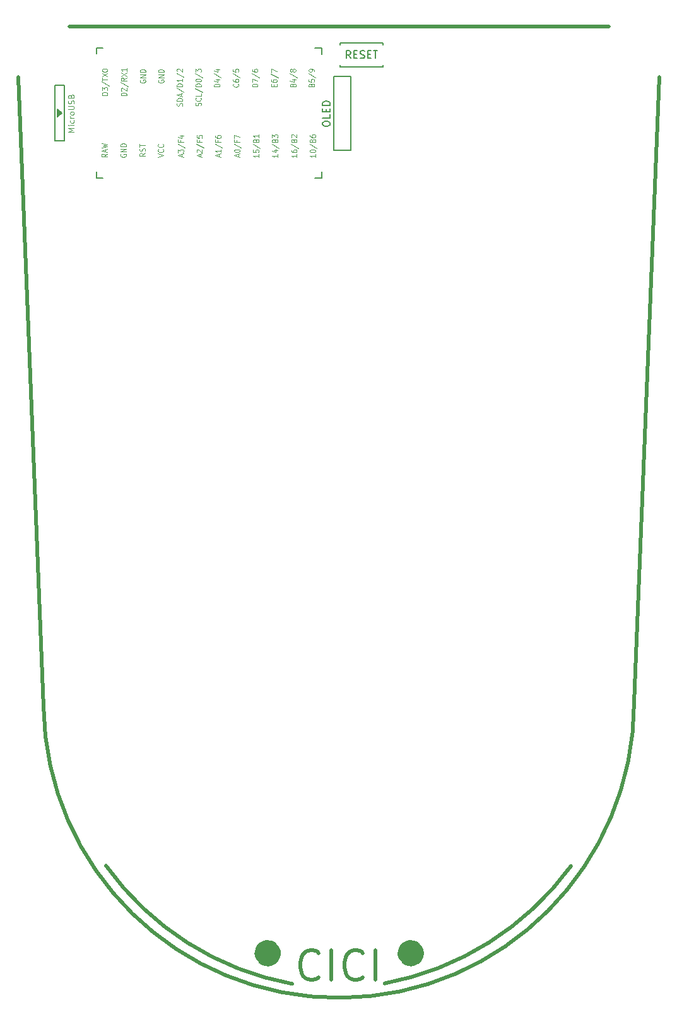
<source format=gto>
G04 #@! TF.GenerationSoftware,KiCad,Pcbnew,(5.1.4)-1*
G04 #@! TF.CreationDate,2022-04-16T10:18:07+02:00*
G04 #@! TF.ProjectId,cici,63696369-2e6b-4696-9361-645f70636258,rev?*
G04 #@! TF.SameCoordinates,Original*
G04 #@! TF.FileFunction,Legend,Top*
G04 #@! TF.FilePolarity,Positive*
%FSLAX46Y46*%
G04 Gerber Fmt 4.6, Leading zero omitted, Abs format (unit mm)*
G04 Created by KiCad (PCBNEW (5.1.4)-1) date 2022-04-16 10:18:07*
%MOMM*%
%LPD*%
G04 APERTURE LIST*
%ADD10C,3.000000*%
%ADD11C,0.500000*%
%ADD12C,0.150000*%
%ADD13C,0.125000*%
%ADD14C,0.120000*%
%ADD15O,1.797000X2.178000*%
%ADD16R,1.797000X2.178000*%
%ADD17C,4.800000*%
%ADD18C,4.400000*%
%ADD19C,2.300000*%
G04 APERTURE END LIST*
D10*
X104100000Y-151500000D02*
G75*
G03X104100000Y-151500000I-300000J0D01*
G01*
D11*
X91458333Y-154728571D02*
X91267857Y-154919047D01*
X90696428Y-155109523D01*
X90315476Y-155109523D01*
X89744047Y-154919047D01*
X89363095Y-154538095D01*
X89172619Y-154157142D01*
X88982142Y-153395238D01*
X88982142Y-152823809D01*
X89172619Y-152061904D01*
X89363095Y-151680952D01*
X89744047Y-151300000D01*
X90315476Y-151109523D01*
X90696428Y-151109523D01*
X91267857Y-151300000D01*
X91458333Y-151490476D01*
X93172619Y-155109523D02*
X93172619Y-151109523D01*
X97363095Y-154728571D02*
X97172619Y-154919047D01*
X96601190Y-155109523D01*
X96220238Y-155109523D01*
X95648809Y-154919047D01*
X95267857Y-154538095D01*
X95077380Y-154157142D01*
X94886904Y-153395238D01*
X94886904Y-152823809D01*
X95077380Y-152061904D01*
X95267857Y-151680952D01*
X95648809Y-151300000D01*
X96220238Y-151109523D01*
X96601190Y-151109523D01*
X97172619Y-151300000D01*
X97363095Y-151490476D01*
X99077380Y-155109523D02*
X99077380Y-151109523D01*
D10*
X84900000Y-151500000D02*
G75*
G03X84900000Y-151500000I-300000J0D01*
G01*
D11*
X125306527Y-139809277D02*
G75*
G02X100300000Y-155550000I-32381527J23709277D01*
G01*
X87909052Y-155615152D02*
G75*
G02X62900000Y-139750000I7165948J38940152D01*
G01*
X137153817Y-34000000D02*
X133778817Y-117853305D01*
X58000000Y-27200000D02*
X130375000Y-27200000D01*
X54525000Y-118400000D02*
X51100929Y-34000000D01*
X133778817Y-117853305D02*
G75*
G02X54525000Y-118400000I-39628817J3305D01*
G01*
D12*
X94340000Y-32620000D02*
X94340000Y-32370000D01*
X100040000Y-32620000D02*
X94340000Y-32620000D01*
X100040000Y-32620000D02*
X100040000Y-32370000D01*
X100040000Y-29420000D02*
X100040000Y-29670000D01*
X94340000Y-29420000D02*
X94340000Y-29670000D01*
X100040000Y-29420000D02*
X94340000Y-29420000D01*
X91825000Y-30075000D02*
X91825000Y-30935000D01*
X91825000Y-47575000D02*
X91825000Y-46725000D01*
X90975000Y-30075000D02*
X91825000Y-30075000D01*
X90925000Y-47575000D02*
X91825000Y-47575000D01*
X61625000Y-30075000D02*
X61625000Y-30875000D01*
X61625000Y-47575000D02*
X61625000Y-46725000D01*
X61625000Y-30075000D02*
X62475000Y-30075000D01*
X61625000Y-47575000D02*
X62475000Y-47575000D01*
X56025000Y-42575000D02*
X57325000Y-42575000D01*
X57325000Y-42575000D02*
X57325000Y-35075000D01*
X57325000Y-35075000D02*
X56025000Y-35075000D01*
X56025000Y-35075000D02*
X56025000Y-42575000D01*
X56375000Y-39325000D02*
X56375000Y-38325000D01*
X56375000Y-38325000D02*
X57025000Y-38825000D01*
X57025000Y-38825000D02*
X56375000Y-39325000D01*
X56525000Y-39175000D02*
X56525000Y-38475000D01*
X56675000Y-39075000D02*
X56675000Y-38575000D01*
X56825000Y-38975000D02*
X56825000Y-38675000D01*
X95775000Y-43850000D02*
X93475000Y-43850000D01*
X93475000Y-33950000D02*
X95775000Y-33950000D01*
X93475000Y-43850000D02*
X93475000Y-33950000D01*
X95775000Y-43850000D02*
X95775000Y-33950000D01*
X95737619Y-31472380D02*
X95404285Y-30996190D01*
X95166190Y-31472380D02*
X95166190Y-30472380D01*
X95547142Y-30472380D01*
X95642380Y-30520000D01*
X95690000Y-30567619D01*
X95737619Y-30662857D01*
X95737619Y-30805714D01*
X95690000Y-30900952D01*
X95642380Y-30948571D01*
X95547142Y-30996190D01*
X95166190Y-30996190D01*
X96166190Y-30948571D02*
X96499523Y-30948571D01*
X96642380Y-31472380D02*
X96166190Y-31472380D01*
X96166190Y-30472380D01*
X96642380Y-30472380D01*
X97023333Y-31424761D02*
X97166190Y-31472380D01*
X97404285Y-31472380D01*
X97499523Y-31424761D01*
X97547142Y-31377142D01*
X97594761Y-31281904D01*
X97594761Y-31186666D01*
X97547142Y-31091428D01*
X97499523Y-31043809D01*
X97404285Y-30996190D01*
X97213809Y-30948571D01*
X97118571Y-30900952D01*
X97070952Y-30853333D01*
X97023333Y-30758095D01*
X97023333Y-30662857D01*
X97070952Y-30567619D01*
X97118571Y-30520000D01*
X97213809Y-30472380D01*
X97451904Y-30472380D01*
X97594761Y-30520000D01*
X98023333Y-30948571D02*
X98356666Y-30948571D01*
X98499523Y-31472380D02*
X98023333Y-31472380D01*
X98023333Y-30472380D01*
X98499523Y-30472380D01*
X98785238Y-30472380D02*
X99356666Y-30472380D01*
X99070952Y-31472380D02*
X99070952Y-30472380D01*
D13*
X63064285Y-44282619D02*
X62707142Y-44505952D01*
X63064285Y-44665476D02*
X62314285Y-44665476D01*
X62314285Y-44410238D01*
X62350000Y-44346428D01*
X62385714Y-44314523D01*
X62457142Y-44282619D01*
X62564285Y-44282619D01*
X62635714Y-44314523D01*
X62671428Y-44346428D01*
X62707142Y-44410238D01*
X62707142Y-44665476D01*
X62850000Y-44027380D02*
X62850000Y-43708333D01*
X63064285Y-44091190D02*
X62314285Y-43867857D01*
X63064285Y-43644523D01*
X62314285Y-43485000D02*
X63064285Y-43325476D01*
X62528571Y-43197857D01*
X63064285Y-43070238D01*
X62314285Y-42910714D01*
X64900000Y-44330476D02*
X64864285Y-44394285D01*
X64864285Y-44490000D01*
X64900000Y-44585714D01*
X64971428Y-44649523D01*
X65042857Y-44681428D01*
X65185714Y-44713333D01*
X65292857Y-44713333D01*
X65435714Y-44681428D01*
X65507142Y-44649523D01*
X65578571Y-44585714D01*
X65614285Y-44490000D01*
X65614285Y-44426190D01*
X65578571Y-44330476D01*
X65542857Y-44298571D01*
X65292857Y-44298571D01*
X65292857Y-44426190D01*
X65614285Y-44011428D02*
X64864285Y-44011428D01*
X65614285Y-43628571D01*
X64864285Y-43628571D01*
X65614285Y-43309523D02*
X64864285Y-43309523D01*
X64864285Y-43150000D01*
X64900000Y-43054285D01*
X64971428Y-42990476D01*
X65042857Y-42958571D01*
X65185714Y-42926666D01*
X65292857Y-42926666D01*
X65435714Y-42958571D01*
X65507142Y-42990476D01*
X65578571Y-43054285D01*
X65614285Y-43150000D01*
X65614285Y-43309523D01*
X68164285Y-44186904D02*
X67807142Y-44410238D01*
X68164285Y-44569761D02*
X67414285Y-44569761D01*
X67414285Y-44314523D01*
X67450000Y-44250714D01*
X67485714Y-44218809D01*
X67557142Y-44186904D01*
X67664285Y-44186904D01*
X67735714Y-44218809D01*
X67771428Y-44250714D01*
X67807142Y-44314523D01*
X67807142Y-44569761D01*
X68128571Y-43931666D02*
X68164285Y-43835952D01*
X68164285Y-43676428D01*
X68128571Y-43612619D01*
X68092857Y-43580714D01*
X68021428Y-43548809D01*
X67950000Y-43548809D01*
X67878571Y-43580714D01*
X67842857Y-43612619D01*
X67807142Y-43676428D01*
X67771428Y-43804047D01*
X67735714Y-43867857D01*
X67700000Y-43899761D01*
X67628571Y-43931666D01*
X67557142Y-43931666D01*
X67485714Y-43899761D01*
X67450000Y-43867857D01*
X67414285Y-43804047D01*
X67414285Y-43644523D01*
X67450000Y-43548809D01*
X67414285Y-43357380D02*
X67414285Y-42974523D01*
X68164285Y-43165952D02*
X67414285Y-43165952D01*
X69864285Y-44713333D02*
X70614285Y-44490000D01*
X69864285Y-44266666D01*
X70542857Y-43660476D02*
X70578571Y-43692380D01*
X70614285Y-43788095D01*
X70614285Y-43851904D01*
X70578571Y-43947619D01*
X70507142Y-44011428D01*
X70435714Y-44043333D01*
X70292857Y-44075238D01*
X70185714Y-44075238D01*
X70042857Y-44043333D01*
X69971428Y-44011428D01*
X69900000Y-43947619D01*
X69864285Y-43851904D01*
X69864285Y-43788095D01*
X69900000Y-43692380D01*
X69935714Y-43660476D01*
X70542857Y-42990476D02*
X70578571Y-43022380D01*
X70614285Y-43118095D01*
X70614285Y-43181904D01*
X70578571Y-43277619D01*
X70507142Y-43341428D01*
X70435714Y-43373333D01*
X70292857Y-43405238D01*
X70185714Y-43405238D01*
X70042857Y-43373333D01*
X69971428Y-43341428D01*
X69900000Y-43277619D01*
X69864285Y-43181904D01*
X69864285Y-43118095D01*
X69900000Y-43022380D01*
X69935714Y-42990476D01*
X73100000Y-44655714D02*
X73100000Y-44336666D01*
X73314285Y-44719523D02*
X72564285Y-44496190D01*
X73314285Y-44272857D01*
X72564285Y-44113333D02*
X72564285Y-43698571D01*
X72850000Y-43921904D01*
X72850000Y-43826190D01*
X72885714Y-43762380D01*
X72921428Y-43730476D01*
X72992857Y-43698571D01*
X73171428Y-43698571D01*
X73242857Y-43730476D01*
X73278571Y-43762380D01*
X73314285Y-43826190D01*
X73314285Y-44017619D01*
X73278571Y-44081428D01*
X73242857Y-44113333D01*
X72528571Y-42932857D02*
X73492857Y-43507142D01*
X72921428Y-42486190D02*
X72921428Y-42709523D01*
X73314285Y-42709523D02*
X72564285Y-42709523D01*
X72564285Y-42390476D01*
X72814285Y-41848095D02*
X73314285Y-41848095D01*
X72528571Y-42007619D02*
X73064285Y-42167142D01*
X73064285Y-41752380D01*
X75600000Y-44655714D02*
X75600000Y-44336666D01*
X75814285Y-44719523D02*
X75064285Y-44496190D01*
X75814285Y-44272857D01*
X75135714Y-44081428D02*
X75100000Y-44049523D01*
X75064285Y-43985714D01*
X75064285Y-43826190D01*
X75100000Y-43762380D01*
X75135714Y-43730476D01*
X75207142Y-43698571D01*
X75278571Y-43698571D01*
X75385714Y-43730476D01*
X75814285Y-44113333D01*
X75814285Y-43698571D01*
X75028571Y-42932857D02*
X75992857Y-43507142D01*
X75421428Y-42486190D02*
X75421428Y-42709523D01*
X75814285Y-42709523D02*
X75064285Y-42709523D01*
X75064285Y-42390476D01*
X75064285Y-41816190D02*
X75064285Y-42135238D01*
X75421428Y-42167142D01*
X75385714Y-42135238D01*
X75350000Y-42071428D01*
X75350000Y-41911904D01*
X75385714Y-41848095D01*
X75421428Y-41816190D01*
X75492857Y-41784285D01*
X75671428Y-41784285D01*
X75742857Y-41816190D01*
X75778571Y-41848095D01*
X75814285Y-41911904D01*
X75814285Y-42071428D01*
X75778571Y-42135238D01*
X75742857Y-42167142D01*
X78100000Y-44655714D02*
X78100000Y-44336666D01*
X78314285Y-44719523D02*
X77564285Y-44496190D01*
X78314285Y-44272857D01*
X78314285Y-43698571D02*
X78314285Y-44081428D01*
X78314285Y-43890000D02*
X77564285Y-43890000D01*
X77671428Y-43953809D01*
X77742857Y-44017619D01*
X77778571Y-44081428D01*
X77528571Y-42932857D02*
X78492857Y-43507142D01*
X77921428Y-42486190D02*
X77921428Y-42709523D01*
X78314285Y-42709523D02*
X77564285Y-42709523D01*
X77564285Y-42390476D01*
X77564285Y-41848095D02*
X77564285Y-41975714D01*
X77600000Y-42039523D01*
X77635714Y-42071428D01*
X77742857Y-42135238D01*
X77885714Y-42167142D01*
X78171428Y-42167142D01*
X78242857Y-42135238D01*
X78278571Y-42103333D01*
X78314285Y-42039523D01*
X78314285Y-41911904D01*
X78278571Y-41848095D01*
X78242857Y-41816190D01*
X78171428Y-41784285D01*
X77992857Y-41784285D01*
X77921428Y-41816190D01*
X77885714Y-41848095D01*
X77850000Y-41911904D01*
X77850000Y-42039523D01*
X77885714Y-42103333D01*
X77921428Y-42135238D01*
X77992857Y-42167142D01*
X80650000Y-44655714D02*
X80650000Y-44336666D01*
X80864285Y-44719523D02*
X80114285Y-44496190D01*
X80864285Y-44272857D01*
X80114285Y-43921904D02*
X80114285Y-43858095D01*
X80150000Y-43794285D01*
X80185714Y-43762380D01*
X80257142Y-43730476D01*
X80400000Y-43698571D01*
X80578571Y-43698571D01*
X80721428Y-43730476D01*
X80792857Y-43762380D01*
X80828571Y-43794285D01*
X80864285Y-43858095D01*
X80864285Y-43921904D01*
X80828571Y-43985714D01*
X80792857Y-44017619D01*
X80721428Y-44049523D01*
X80578571Y-44081428D01*
X80400000Y-44081428D01*
X80257142Y-44049523D01*
X80185714Y-44017619D01*
X80150000Y-43985714D01*
X80114285Y-43921904D01*
X80078571Y-42932857D02*
X81042857Y-43507142D01*
X80471428Y-42486190D02*
X80471428Y-42709523D01*
X80864285Y-42709523D02*
X80114285Y-42709523D01*
X80114285Y-42390476D01*
X80114285Y-42199047D02*
X80114285Y-41752380D01*
X80864285Y-42039523D01*
X83414285Y-44352619D02*
X83414285Y-44735476D01*
X83414285Y-44544047D02*
X82664285Y-44544047D01*
X82771428Y-44607857D01*
X82842857Y-44671666D01*
X82878571Y-44735476D01*
X82664285Y-43746428D02*
X82664285Y-44065476D01*
X83021428Y-44097380D01*
X82985714Y-44065476D01*
X82950000Y-44001666D01*
X82950000Y-43842142D01*
X82985714Y-43778333D01*
X83021428Y-43746428D01*
X83092857Y-43714523D01*
X83271428Y-43714523D01*
X83342857Y-43746428D01*
X83378571Y-43778333D01*
X83414285Y-43842142D01*
X83414285Y-44001666D01*
X83378571Y-44065476D01*
X83342857Y-44097380D01*
X82628571Y-42948809D02*
X83592857Y-43523095D01*
X83021428Y-42502142D02*
X83057142Y-42406428D01*
X83092857Y-42374523D01*
X83164285Y-42342619D01*
X83271428Y-42342619D01*
X83342857Y-42374523D01*
X83378571Y-42406428D01*
X83414285Y-42470238D01*
X83414285Y-42725476D01*
X82664285Y-42725476D01*
X82664285Y-42502142D01*
X82700000Y-42438333D01*
X82735714Y-42406428D01*
X82807142Y-42374523D01*
X82878571Y-42374523D01*
X82950000Y-42406428D01*
X82985714Y-42438333D01*
X83021428Y-42502142D01*
X83021428Y-42725476D01*
X83414285Y-41704523D02*
X83414285Y-42087380D01*
X83414285Y-41895952D02*
X82664285Y-41895952D01*
X82771428Y-41959761D01*
X82842857Y-42023571D01*
X82878571Y-42087380D01*
X85964285Y-44352619D02*
X85964285Y-44735476D01*
X85964285Y-44544047D02*
X85214285Y-44544047D01*
X85321428Y-44607857D01*
X85392857Y-44671666D01*
X85428571Y-44735476D01*
X85464285Y-43778333D02*
X85964285Y-43778333D01*
X85178571Y-43937857D02*
X85714285Y-44097380D01*
X85714285Y-43682619D01*
X85178571Y-42948809D02*
X86142857Y-43523095D01*
X85571428Y-42502142D02*
X85607142Y-42406428D01*
X85642857Y-42374523D01*
X85714285Y-42342619D01*
X85821428Y-42342619D01*
X85892857Y-42374523D01*
X85928571Y-42406428D01*
X85964285Y-42470238D01*
X85964285Y-42725476D01*
X85214285Y-42725476D01*
X85214285Y-42502142D01*
X85250000Y-42438333D01*
X85285714Y-42406428D01*
X85357142Y-42374523D01*
X85428571Y-42374523D01*
X85500000Y-42406428D01*
X85535714Y-42438333D01*
X85571428Y-42502142D01*
X85571428Y-42725476D01*
X85214285Y-42119285D02*
X85214285Y-41704523D01*
X85500000Y-41927857D01*
X85500000Y-41832142D01*
X85535714Y-41768333D01*
X85571428Y-41736428D01*
X85642857Y-41704523D01*
X85821428Y-41704523D01*
X85892857Y-41736428D01*
X85928571Y-41768333D01*
X85964285Y-41832142D01*
X85964285Y-42023571D01*
X85928571Y-42087380D01*
X85892857Y-42119285D01*
X91014285Y-44352619D02*
X91014285Y-44735476D01*
X91014285Y-44544047D02*
X90264285Y-44544047D01*
X90371428Y-44607857D01*
X90442857Y-44671666D01*
X90478571Y-44735476D01*
X90264285Y-43937857D02*
X90264285Y-43874047D01*
X90300000Y-43810238D01*
X90335714Y-43778333D01*
X90407142Y-43746428D01*
X90550000Y-43714523D01*
X90728571Y-43714523D01*
X90871428Y-43746428D01*
X90942857Y-43778333D01*
X90978571Y-43810238D01*
X91014285Y-43874047D01*
X91014285Y-43937857D01*
X90978571Y-44001666D01*
X90942857Y-44033571D01*
X90871428Y-44065476D01*
X90728571Y-44097380D01*
X90550000Y-44097380D01*
X90407142Y-44065476D01*
X90335714Y-44033571D01*
X90300000Y-44001666D01*
X90264285Y-43937857D01*
X90228571Y-42948809D02*
X91192857Y-43523095D01*
X90621428Y-42502142D02*
X90657142Y-42406428D01*
X90692857Y-42374523D01*
X90764285Y-42342619D01*
X90871428Y-42342619D01*
X90942857Y-42374523D01*
X90978571Y-42406428D01*
X91014285Y-42470238D01*
X91014285Y-42725476D01*
X90264285Y-42725476D01*
X90264285Y-42502142D01*
X90300000Y-42438333D01*
X90335714Y-42406428D01*
X90407142Y-42374523D01*
X90478571Y-42374523D01*
X90550000Y-42406428D01*
X90585714Y-42438333D01*
X90621428Y-42502142D01*
X90621428Y-42725476D01*
X90264285Y-41768333D02*
X90264285Y-41895952D01*
X90300000Y-41959761D01*
X90335714Y-41991666D01*
X90442857Y-42055476D01*
X90585714Y-42087380D01*
X90871428Y-42087380D01*
X90942857Y-42055476D01*
X90978571Y-42023571D01*
X91014285Y-41959761D01*
X91014285Y-41832142D01*
X90978571Y-41768333D01*
X90942857Y-41736428D01*
X90871428Y-41704523D01*
X90692857Y-41704523D01*
X90621428Y-41736428D01*
X90585714Y-41768333D01*
X90550000Y-41832142D01*
X90550000Y-41959761D01*
X90585714Y-42023571D01*
X90621428Y-42055476D01*
X90692857Y-42087380D01*
X88514285Y-44352619D02*
X88514285Y-44735476D01*
X88514285Y-44544047D02*
X87764285Y-44544047D01*
X87871428Y-44607857D01*
X87942857Y-44671666D01*
X87978571Y-44735476D01*
X87764285Y-43778333D02*
X87764285Y-43905952D01*
X87800000Y-43969761D01*
X87835714Y-44001666D01*
X87942857Y-44065476D01*
X88085714Y-44097380D01*
X88371428Y-44097380D01*
X88442857Y-44065476D01*
X88478571Y-44033571D01*
X88514285Y-43969761D01*
X88514285Y-43842142D01*
X88478571Y-43778333D01*
X88442857Y-43746428D01*
X88371428Y-43714523D01*
X88192857Y-43714523D01*
X88121428Y-43746428D01*
X88085714Y-43778333D01*
X88050000Y-43842142D01*
X88050000Y-43969761D01*
X88085714Y-44033571D01*
X88121428Y-44065476D01*
X88192857Y-44097380D01*
X87728571Y-42948809D02*
X88692857Y-43523095D01*
X88121428Y-42502142D02*
X88157142Y-42406428D01*
X88192857Y-42374523D01*
X88264285Y-42342619D01*
X88371428Y-42342619D01*
X88442857Y-42374523D01*
X88478571Y-42406428D01*
X88514285Y-42470238D01*
X88514285Y-42725476D01*
X87764285Y-42725476D01*
X87764285Y-42502142D01*
X87800000Y-42438333D01*
X87835714Y-42406428D01*
X87907142Y-42374523D01*
X87978571Y-42374523D01*
X88050000Y-42406428D01*
X88085714Y-42438333D01*
X88121428Y-42502142D01*
X88121428Y-42725476D01*
X87835714Y-42087380D02*
X87800000Y-42055476D01*
X87764285Y-41991666D01*
X87764285Y-41832142D01*
X87800000Y-41768333D01*
X87835714Y-41736428D01*
X87907142Y-41704523D01*
X87978571Y-41704523D01*
X88085714Y-41736428D01*
X88514285Y-42119285D01*
X88514285Y-41704523D01*
X85421428Y-35252619D02*
X85421428Y-35029285D01*
X85814285Y-34933571D02*
X85814285Y-35252619D01*
X85064285Y-35252619D01*
X85064285Y-34933571D01*
X85064285Y-34359285D02*
X85064285Y-34486904D01*
X85100000Y-34550714D01*
X85135714Y-34582619D01*
X85242857Y-34646428D01*
X85385714Y-34678333D01*
X85671428Y-34678333D01*
X85742857Y-34646428D01*
X85778571Y-34614523D01*
X85814285Y-34550714D01*
X85814285Y-34423095D01*
X85778571Y-34359285D01*
X85742857Y-34327380D01*
X85671428Y-34295476D01*
X85492857Y-34295476D01*
X85421428Y-34327380D01*
X85385714Y-34359285D01*
X85350000Y-34423095D01*
X85350000Y-34550714D01*
X85385714Y-34614523D01*
X85421428Y-34646428D01*
X85492857Y-34678333D01*
X85028571Y-33529761D02*
X85992857Y-34104047D01*
X85064285Y-33370238D02*
X85064285Y-32923571D01*
X85814285Y-33210714D01*
X83264285Y-35284523D02*
X82514285Y-35284523D01*
X82514285Y-35125000D01*
X82550000Y-35029285D01*
X82621428Y-34965476D01*
X82692857Y-34933571D01*
X82835714Y-34901666D01*
X82942857Y-34901666D01*
X83085714Y-34933571D01*
X83157142Y-34965476D01*
X83228571Y-35029285D01*
X83264285Y-35125000D01*
X83264285Y-35284523D01*
X82514285Y-34678333D02*
X82514285Y-34231666D01*
X83264285Y-34518809D01*
X82478571Y-33497857D02*
X83442857Y-34072142D01*
X82514285Y-32987380D02*
X82514285Y-33115000D01*
X82550000Y-33178809D01*
X82585714Y-33210714D01*
X82692857Y-33274523D01*
X82835714Y-33306428D01*
X83121428Y-33306428D01*
X83192857Y-33274523D01*
X83228571Y-33242619D01*
X83264285Y-33178809D01*
X83264285Y-33051190D01*
X83228571Y-32987380D01*
X83192857Y-32955476D01*
X83121428Y-32923571D01*
X82942857Y-32923571D01*
X82871428Y-32955476D01*
X82835714Y-32987380D01*
X82800000Y-33051190D01*
X82800000Y-33178809D01*
X82835714Y-33242619D01*
X82871428Y-33274523D01*
X82942857Y-33306428D01*
X67500000Y-34380476D02*
X67464285Y-34444285D01*
X67464285Y-34540000D01*
X67500000Y-34635714D01*
X67571428Y-34699523D01*
X67642857Y-34731428D01*
X67785714Y-34763333D01*
X67892857Y-34763333D01*
X68035714Y-34731428D01*
X68107142Y-34699523D01*
X68178571Y-34635714D01*
X68214285Y-34540000D01*
X68214285Y-34476190D01*
X68178571Y-34380476D01*
X68142857Y-34348571D01*
X67892857Y-34348571D01*
X67892857Y-34476190D01*
X68214285Y-34061428D02*
X67464285Y-34061428D01*
X68214285Y-33678571D01*
X67464285Y-33678571D01*
X68214285Y-33359523D02*
X67464285Y-33359523D01*
X67464285Y-33200000D01*
X67500000Y-33104285D01*
X67571428Y-33040476D01*
X67642857Y-33008571D01*
X67785714Y-32976666D01*
X67892857Y-32976666D01*
X68035714Y-33008571D01*
X68107142Y-33040476D01*
X68178571Y-33104285D01*
X68214285Y-33200000D01*
X68214285Y-33359523D01*
X69950000Y-34380476D02*
X69914285Y-34444285D01*
X69914285Y-34540000D01*
X69950000Y-34635714D01*
X70021428Y-34699523D01*
X70092857Y-34731428D01*
X70235714Y-34763333D01*
X70342857Y-34763333D01*
X70485714Y-34731428D01*
X70557142Y-34699523D01*
X70628571Y-34635714D01*
X70664285Y-34540000D01*
X70664285Y-34476190D01*
X70628571Y-34380476D01*
X70592857Y-34348571D01*
X70342857Y-34348571D01*
X70342857Y-34476190D01*
X70664285Y-34061428D02*
X69914285Y-34061428D01*
X70664285Y-33678571D01*
X69914285Y-33678571D01*
X70664285Y-33359523D02*
X69914285Y-33359523D01*
X69914285Y-33200000D01*
X69950000Y-33104285D01*
X70021428Y-33040476D01*
X70092857Y-33008571D01*
X70235714Y-32976666D01*
X70342857Y-32976666D01*
X70485714Y-33008571D01*
X70557142Y-33040476D01*
X70628571Y-33104285D01*
X70664285Y-33200000D01*
X70664285Y-33359523D01*
X63114285Y-36408809D02*
X62364285Y-36408809D01*
X62364285Y-36249285D01*
X62400000Y-36153571D01*
X62471428Y-36089761D01*
X62542857Y-36057857D01*
X62685714Y-36025952D01*
X62792857Y-36025952D01*
X62935714Y-36057857D01*
X63007142Y-36089761D01*
X63078571Y-36153571D01*
X63114285Y-36249285D01*
X63114285Y-36408809D01*
X62364285Y-35802619D02*
X62364285Y-35387857D01*
X62650000Y-35611190D01*
X62650000Y-35515476D01*
X62685714Y-35451666D01*
X62721428Y-35419761D01*
X62792857Y-35387857D01*
X62971428Y-35387857D01*
X63042857Y-35419761D01*
X63078571Y-35451666D01*
X63114285Y-35515476D01*
X63114285Y-35706904D01*
X63078571Y-35770714D01*
X63042857Y-35802619D01*
X62328571Y-34622142D02*
X63292857Y-35196428D01*
X62364285Y-34494523D02*
X62364285Y-34111666D01*
X63114285Y-34303095D02*
X62364285Y-34303095D01*
X62364285Y-33952142D02*
X63114285Y-33505476D01*
X62364285Y-33505476D02*
X63114285Y-33952142D01*
X62364285Y-33122619D02*
X62364285Y-33058809D01*
X62400000Y-32995000D01*
X62435714Y-32963095D01*
X62507142Y-32931190D01*
X62650000Y-32899285D01*
X62828571Y-32899285D01*
X62971428Y-32931190D01*
X63042857Y-32963095D01*
X63078571Y-32995000D01*
X63114285Y-33058809D01*
X63114285Y-33122619D01*
X63078571Y-33186428D01*
X63042857Y-33218333D01*
X62971428Y-33250238D01*
X62828571Y-33282142D01*
X62650000Y-33282142D01*
X62507142Y-33250238D01*
X62435714Y-33218333D01*
X62400000Y-33186428D01*
X62364285Y-33122619D01*
X78164285Y-35284523D02*
X77414285Y-35284523D01*
X77414285Y-35125000D01*
X77450000Y-35029285D01*
X77521428Y-34965476D01*
X77592857Y-34933571D01*
X77735714Y-34901666D01*
X77842857Y-34901666D01*
X77985714Y-34933571D01*
X78057142Y-34965476D01*
X78128571Y-35029285D01*
X78164285Y-35125000D01*
X78164285Y-35284523D01*
X77664285Y-34327380D02*
X78164285Y-34327380D01*
X77378571Y-34486904D02*
X77914285Y-34646428D01*
X77914285Y-34231666D01*
X77378571Y-33497857D02*
X78342857Y-34072142D01*
X77664285Y-32987380D02*
X78164285Y-32987380D01*
X77378571Y-33146904D02*
X77914285Y-33306428D01*
X77914285Y-32891666D01*
X73128571Y-37858571D02*
X73164285Y-37762857D01*
X73164285Y-37603333D01*
X73128571Y-37539523D01*
X73092857Y-37507619D01*
X73021428Y-37475714D01*
X72950000Y-37475714D01*
X72878571Y-37507619D01*
X72842857Y-37539523D01*
X72807142Y-37603333D01*
X72771428Y-37730952D01*
X72735714Y-37794761D01*
X72700000Y-37826666D01*
X72628571Y-37858571D01*
X72557142Y-37858571D01*
X72485714Y-37826666D01*
X72450000Y-37794761D01*
X72414285Y-37730952D01*
X72414285Y-37571428D01*
X72450000Y-37475714D01*
X73164285Y-37188571D02*
X72414285Y-37188571D01*
X72414285Y-37029047D01*
X72450000Y-36933333D01*
X72521428Y-36869523D01*
X72592857Y-36837619D01*
X72735714Y-36805714D01*
X72842857Y-36805714D01*
X72985714Y-36837619D01*
X73057142Y-36869523D01*
X73128571Y-36933333D01*
X73164285Y-37029047D01*
X73164285Y-37188571D01*
X72950000Y-36550476D02*
X72950000Y-36231428D01*
X73164285Y-36614285D02*
X72414285Y-36390952D01*
X73164285Y-36167619D01*
X72378571Y-35465714D02*
X73342857Y-36040000D01*
X73164285Y-35242380D02*
X72414285Y-35242380D01*
X72414285Y-35082857D01*
X72450000Y-34987142D01*
X72521428Y-34923333D01*
X72592857Y-34891428D01*
X72735714Y-34859523D01*
X72842857Y-34859523D01*
X72985714Y-34891428D01*
X73057142Y-34923333D01*
X73128571Y-34987142D01*
X73164285Y-35082857D01*
X73164285Y-35242380D01*
X73164285Y-34221428D02*
X73164285Y-34604285D01*
X73164285Y-34412857D02*
X72414285Y-34412857D01*
X72521428Y-34476666D01*
X72592857Y-34540476D01*
X72628571Y-34604285D01*
X72378571Y-33455714D02*
X73342857Y-34030000D01*
X72485714Y-33264285D02*
X72450000Y-33232380D01*
X72414285Y-33168571D01*
X72414285Y-33009047D01*
X72450000Y-32945238D01*
X72485714Y-32913333D01*
X72557142Y-32881428D01*
X72628571Y-32881428D01*
X72735714Y-32913333D01*
X73164285Y-33296190D01*
X73164285Y-32881428D01*
X75628571Y-37842619D02*
X75664285Y-37746904D01*
X75664285Y-37587380D01*
X75628571Y-37523571D01*
X75592857Y-37491666D01*
X75521428Y-37459761D01*
X75450000Y-37459761D01*
X75378571Y-37491666D01*
X75342857Y-37523571D01*
X75307142Y-37587380D01*
X75271428Y-37715000D01*
X75235714Y-37778809D01*
X75200000Y-37810714D01*
X75128571Y-37842619D01*
X75057142Y-37842619D01*
X74985714Y-37810714D01*
X74950000Y-37778809D01*
X74914285Y-37715000D01*
X74914285Y-37555476D01*
X74950000Y-37459761D01*
X75592857Y-36789761D02*
X75628571Y-36821666D01*
X75664285Y-36917380D01*
X75664285Y-36981190D01*
X75628571Y-37076904D01*
X75557142Y-37140714D01*
X75485714Y-37172619D01*
X75342857Y-37204523D01*
X75235714Y-37204523D01*
X75092857Y-37172619D01*
X75021428Y-37140714D01*
X74950000Y-37076904D01*
X74914285Y-36981190D01*
X74914285Y-36917380D01*
X74950000Y-36821666D01*
X74985714Y-36789761D01*
X75664285Y-36183571D02*
X75664285Y-36502619D01*
X74914285Y-36502619D01*
X74878571Y-35481666D02*
X75842857Y-36055952D01*
X75664285Y-35258333D02*
X74914285Y-35258333D01*
X74914285Y-35098809D01*
X74950000Y-35003095D01*
X75021428Y-34939285D01*
X75092857Y-34907380D01*
X75235714Y-34875476D01*
X75342857Y-34875476D01*
X75485714Y-34907380D01*
X75557142Y-34939285D01*
X75628571Y-35003095D01*
X75664285Y-35098809D01*
X75664285Y-35258333D01*
X74914285Y-34460714D02*
X74914285Y-34396904D01*
X74950000Y-34333095D01*
X74985714Y-34301190D01*
X75057142Y-34269285D01*
X75200000Y-34237380D01*
X75378571Y-34237380D01*
X75521428Y-34269285D01*
X75592857Y-34301190D01*
X75628571Y-34333095D01*
X75664285Y-34396904D01*
X75664285Y-34460714D01*
X75628571Y-34524523D01*
X75592857Y-34556428D01*
X75521428Y-34588333D01*
X75378571Y-34620238D01*
X75200000Y-34620238D01*
X75057142Y-34588333D01*
X74985714Y-34556428D01*
X74950000Y-34524523D01*
X74914285Y-34460714D01*
X74878571Y-33471666D02*
X75842857Y-34045952D01*
X74914285Y-33312142D02*
X74914285Y-32897380D01*
X75200000Y-33120714D01*
X75200000Y-33025000D01*
X75235714Y-32961190D01*
X75271428Y-32929285D01*
X75342857Y-32897380D01*
X75521428Y-32897380D01*
X75592857Y-32929285D01*
X75628571Y-32961190D01*
X75664285Y-33025000D01*
X75664285Y-33216428D01*
X75628571Y-33280238D01*
X75592857Y-33312142D01*
X80642857Y-34901666D02*
X80678571Y-34933571D01*
X80714285Y-35029285D01*
X80714285Y-35093095D01*
X80678571Y-35188809D01*
X80607142Y-35252619D01*
X80535714Y-35284523D01*
X80392857Y-35316428D01*
X80285714Y-35316428D01*
X80142857Y-35284523D01*
X80071428Y-35252619D01*
X80000000Y-35188809D01*
X79964285Y-35093095D01*
X79964285Y-35029285D01*
X80000000Y-34933571D01*
X80035714Y-34901666D01*
X79964285Y-34327380D02*
X79964285Y-34455000D01*
X80000000Y-34518809D01*
X80035714Y-34550714D01*
X80142857Y-34614523D01*
X80285714Y-34646428D01*
X80571428Y-34646428D01*
X80642857Y-34614523D01*
X80678571Y-34582619D01*
X80714285Y-34518809D01*
X80714285Y-34391190D01*
X80678571Y-34327380D01*
X80642857Y-34295476D01*
X80571428Y-34263571D01*
X80392857Y-34263571D01*
X80321428Y-34295476D01*
X80285714Y-34327380D01*
X80250000Y-34391190D01*
X80250000Y-34518809D01*
X80285714Y-34582619D01*
X80321428Y-34614523D01*
X80392857Y-34646428D01*
X79928571Y-33497857D02*
X80892857Y-34072142D01*
X79964285Y-32955476D02*
X79964285Y-33274523D01*
X80321428Y-33306428D01*
X80285714Y-33274523D01*
X80250000Y-33210714D01*
X80250000Y-33051190D01*
X80285714Y-32987380D01*
X80321428Y-32955476D01*
X80392857Y-32923571D01*
X80571428Y-32923571D01*
X80642857Y-32955476D01*
X80678571Y-32987380D01*
X80714285Y-33051190D01*
X80714285Y-33210714D01*
X80678571Y-33274523D01*
X80642857Y-33306428D01*
X90471428Y-35061190D02*
X90507142Y-34965476D01*
X90542857Y-34933571D01*
X90614285Y-34901666D01*
X90721428Y-34901666D01*
X90792857Y-34933571D01*
X90828571Y-34965476D01*
X90864285Y-35029285D01*
X90864285Y-35284523D01*
X90114285Y-35284523D01*
X90114285Y-35061190D01*
X90150000Y-34997380D01*
X90185714Y-34965476D01*
X90257142Y-34933571D01*
X90328571Y-34933571D01*
X90400000Y-34965476D01*
X90435714Y-34997380D01*
X90471428Y-35061190D01*
X90471428Y-35284523D01*
X90114285Y-34295476D02*
X90114285Y-34614523D01*
X90471428Y-34646428D01*
X90435714Y-34614523D01*
X90400000Y-34550714D01*
X90400000Y-34391190D01*
X90435714Y-34327380D01*
X90471428Y-34295476D01*
X90542857Y-34263571D01*
X90721428Y-34263571D01*
X90792857Y-34295476D01*
X90828571Y-34327380D01*
X90864285Y-34391190D01*
X90864285Y-34550714D01*
X90828571Y-34614523D01*
X90792857Y-34646428D01*
X90078571Y-33497857D02*
X91042857Y-34072142D01*
X90864285Y-33242619D02*
X90864285Y-33115000D01*
X90828571Y-33051190D01*
X90792857Y-33019285D01*
X90685714Y-32955476D01*
X90542857Y-32923571D01*
X90257142Y-32923571D01*
X90185714Y-32955476D01*
X90150000Y-32987380D01*
X90114285Y-33051190D01*
X90114285Y-33178809D01*
X90150000Y-33242619D01*
X90185714Y-33274523D01*
X90257142Y-33306428D01*
X90435714Y-33306428D01*
X90507142Y-33274523D01*
X90542857Y-33242619D01*
X90578571Y-33178809D01*
X90578571Y-33051190D01*
X90542857Y-32987380D01*
X90507142Y-32955476D01*
X90435714Y-32923571D01*
X65664285Y-36488571D02*
X64914285Y-36488571D01*
X64914285Y-36329047D01*
X64950000Y-36233333D01*
X65021428Y-36169523D01*
X65092857Y-36137619D01*
X65235714Y-36105714D01*
X65342857Y-36105714D01*
X65485714Y-36137619D01*
X65557142Y-36169523D01*
X65628571Y-36233333D01*
X65664285Y-36329047D01*
X65664285Y-36488571D01*
X64985714Y-35850476D02*
X64950000Y-35818571D01*
X64914285Y-35754761D01*
X64914285Y-35595238D01*
X64950000Y-35531428D01*
X64985714Y-35499523D01*
X65057142Y-35467619D01*
X65128571Y-35467619D01*
X65235714Y-35499523D01*
X65664285Y-35882380D01*
X65664285Y-35467619D01*
X64878571Y-34701904D02*
X65842857Y-35276190D01*
X65664285Y-34095714D02*
X65307142Y-34319047D01*
X65664285Y-34478571D02*
X64914285Y-34478571D01*
X64914285Y-34223333D01*
X64950000Y-34159523D01*
X64985714Y-34127619D01*
X65057142Y-34095714D01*
X65164285Y-34095714D01*
X65235714Y-34127619D01*
X65271428Y-34159523D01*
X65307142Y-34223333D01*
X65307142Y-34478571D01*
X64914285Y-33872380D02*
X65664285Y-33425714D01*
X64914285Y-33425714D02*
X65664285Y-33872380D01*
X65664285Y-32819523D02*
X65664285Y-33202380D01*
X65664285Y-33010952D02*
X64914285Y-33010952D01*
X65021428Y-33074761D01*
X65092857Y-33138571D01*
X65128571Y-33202380D01*
X87971428Y-35061190D02*
X88007142Y-34965476D01*
X88042857Y-34933571D01*
X88114285Y-34901666D01*
X88221428Y-34901666D01*
X88292857Y-34933571D01*
X88328571Y-34965476D01*
X88364285Y-35029285D01*
X88364285Y-35284523D01*
X87614285Y-35284523D01*
X87614285Y-35061190D01*
X87650000Y-34997380D01*
X87685714Y-34965476D01*
X87757142Y-34933571D01*
X87828571Y-34933571D01*
X87900000Y-34965476D01*
X87935714Y-34997380D01*
X87971428Y-35061190D01*
X87971428Y-35284523D01*
X87864285Y-34327380D02*
X88364285Y-34327380D01*
X87578571Y-34486904D02*
X88114285Y-34646428D01*
X88114285Y-34231666D01*
X87578571Y-33497857D02*
X88542857Y-34072142D01*
X87935714Y-33178809D02*
X87900000Y-33242619D01*
X87864285Y-33274523D01*
X87792857Y-33306428D01*
X87757142Y-33306428D01*
X87685714Y-33274523D01*
X87650000Y-33242619D01*
X87614285Y-33178809D01*
X87614285Y-33051190D01*
X87650000Y-32987380D01*
X87685714Y-32955476D01*
X87757142Y-32923571D01*
X87792857Y-32923571D01*
X87864285Y-32955476D01*
X87900000Y-32987380D01*
X87935714Y-33051190D01*
X87935714Y-33178809D01*
X87971428Y-33242619D01*
X88007142Y-33274523D01*
X88078571Y-33306428D01*
X88221428Y-33306428D01*
X88292857Y-33274523D01*
X88328571Y-33242619D01*
X88364285Y-33178809D01*
X88364285Y-33051190D01*
X88328571Y-32987380D01*
X88292857Y-32955476D01*
X88221428Y-32923571D01*
X88078571Y-32923571D01*
X88007142Y-32955476D01*
X87971428Y-32987380D01*
X87935714Y-33051190D01*
D14*
X58614285Y-41321428D02*
X57864285Y-41321428D01*
X58400000Y-41071428D01*
X57864285Y-40821428D01*
X58614285Y-40821428D01*
X58614285Y-40464285D02*
X58114285Y-40464285D01*
X57864285Y-40464285D02*
X57900000Y-40500000D01*
X57935714Y-40464285D01*
X57900000Y-40428571D01*
X57864285Y-40464285D01*
X57935714Y-40464285D01*
X58578571Y-39785714D02*
X58614285Y-39857142D01*
X58614285Y-40000000D01*
X58578571Y-40071428D01*
X58542857Y-40107142D01*
X58471428Y-40142857D01*
X58257142Y-40142857D01*
X58185714Y-40107142D01*
X58150000Y-40071428D01*
X58114285Y-40000000D01*
X58114285Y-39857142D01*
X58150000Y-39785714D01*
X58614285Y-39464285D02*
X58114285Y-39464285D01*
X58257142Y-39464285D02*
X58185714Y-39428571D01*
X58150000Y-39392857D01*
X58114285Y-39321428D01*
X58114285Y-39250000D01*
X58614285Y-38892857D02*
X58578571Y-38964285D01*
X58542857Y-39000000D01*
X58471428Y-39035714D01*
X58257142Y-39035714D01*
X58185714Y-39000000D01*
X58150000Y-38964285D01*
X58114285Y-38892857D01*
X58114285Y-38785714D01*
X58150000Y-38714285D01*
X58185714Y-38678571D01*
X58257142Y-38642857D01*
X58471428Y-38642857D01*
X58542857Y-38678571D01*
X58578571Y-38714285D01*
X58614285Y-38785714D01*
X58614285Y-38892857D01*
X57864285Y-38321428D02*
X58471428Y-38321428D01*
X58542857Y-38285714D01*
X58578571Y-38250000D01*
X58614285Y-38178571D01*
X58614285Y-38035714D01*
X58578571Y-37964285D01*
X58542857Y-37928571D01*
X58471428Y-37892857D01*
X57864285Y-37892857D01*
X58578571Y-37571428D02*
X58614285Y-37464285D01*
X58614285Y-37285714D01*
X58578571Y-37214285D01*
X58542857Y-37178571D01*
X58471428Y-37142857D01*
X58400000Y-37142857D01*
X58328571Y-37178571D01*
X58292857Y-37214285D01*
X58257142Y-37285714D01*
X58221428Y-37428571D01*
X58185714Y-37500000D01*
X58150000Y-37535714D01*
X58078571Y-37571428D01*
X58007142Y-37571428D01*
X57935714Y-37535714D01*
X57900000Y-37500000D01*
X57864285Y-37428571D01*
X57864285Y-37250000D01*
X57900000Y-37142857D01*
X58221428Y-36571428D02*
X58257142Y-36464285D01*
X58292857Y-36428571D01*
X58364285Y-36392857D01*
X58471428Y-36392857D01*
X58542857Y-36428571D01*
X58578571Y-36464285D01*
X58614285Y-36535714D01*
X58614285Y-36821428D01*
X57864285Y-36821428D01*
X57864285Y-36571428D01*
X57900000Y-36500000D01*
X57935714Y-36464285D01*
X58007142Y-36428571D01*
X58078571Y-36428571D01*
X58150000Y-36464285D01*
X58185714Y-36500000D01*
X58221428Y-36571428D01*
X58221428Y-36821428D01*
D12*
X91977380Y-40352380D02*
X91977380Y-40161904D01*
X92025000Y-40066666D01*
X92120238Y-39971428D01*
X92310714Y-39923809D01*
X92644047Y-39923809D01*
X92834523Y-39971428D01*
X92929761Y-40066666D01*
X92977380Y-40161904D01*
X92977380Y-40352380D01*
X92929761Y-40447619D01*
X92834523Y-40542857D01*
X92644047Y-40590476D01*
X92310714Y-40590476D01*
X92120238Y-40542857D01*
X92025000Y-40447619D01*
X91977380Y-40352380D01*
X92977380Y-39019047D02*
X92977380Y-39495238D01*
X91977380Y-39495238D01*
X92453571Y-38685714D02*
X92453571Y-38352380D01*
X92977380Y-38209523D02*
X92977380Y-38685714D01*
X91977380Y-38685714D01*
X91977380Y-38209523D01*
X92977380Y-37780952D02*
X91977380Y-37780952D01*
X91977380Y-37542857D01*
X92025000Y-37400000D01*
X92120238Y-37304761D01*
X92215476Y-37257142D01*
X92405952Y-37209523D01*
X92548809Y-37209523D01*
X92739285Y-37257142D01*
X92834523Y-37304761D01*
X92929761Y-37400000D01*
X92977380Y-37542857D01*
X92977380Y-37780952D01*
%LPC*%
D15*
X106825000Y-31850000D03*
D16*
X106825000Y-37850000D03*
D17*
X94130000Y-146390000D03*
X134140000Y-30050000D03*
X54060000Y-30050000D03*
X120850000Y-135000000D03*
X67410000Y-135000000D03*
X94130000Y-108950000D03*
X113080000Y-70830000D03*
X75140000Y-70840000D03*
D18*
X103650000Y-137500000D03*
D19*
X98570000Y-137500000D03*
X108730000Y-137500000D03*
D18*
X84600000Y-137500000D03*
D19*
X79520000Y-137500000D03*
X89680000Y-137500000D03*
D18*
X122725000Y-118475000D03*
D19*
X117645000Y-118475000D03*
X127805000Y-118475000D03*
D18*
X103630000Y-118470000D03*
D19*
X98550000Y-118470000D03*
X108710000Y-118470000D03*
D18*
X84580000Y-118450000D03*
D19*
X79500000Y-118450000D03*
X89660000Y-118450000D03*
D18*
X65525000Y-118450000D03*
D19*
X60445000Y-118450000D03*
X70605000Y-118450000D03*
D18*
X122725000Y-99425000D03*
D19*
X117645000Y-99425000D03*
X127805000Y-99425000D03*
D18*
X103575000Y-99425000D03*
D19*
X98495000Y-99425000D03*
X108655000Y-99425000D03*
D18*
X84560000Y-99400000D03*
D19*
X79480000Y-99400000D03*
X89640000Y-99400000D03*
D18*
X65530000Y-99400000D03*
D19*
X60450000Y-99400000D03*
X70610000Y-99400000D03*
D18*
X122625000Y-80350000D03*
D19*
X117545000Y-80350000D03*
X127705000Y-80350000D03*
D18*
X103600000Y-80369000D03*
D19*
X98520000Y-80369000D03*
X108680000Y-80369000D03*
D18*
X84550000Y-80370000D03*
D19*
X79470000Y-80370000D03*
X89630000Y-80370000D03*
D18*
X65525000Y-80370000D03*
D19*
X60445000Y-80370000D03*
X70605000Y-80370000D03*
D18*
X122600000Y-61280000D03*
D19*
X117520000Y-61280000D03*
X127680000Y-61280000D03*
D18*
X103600000Y-61325000D03*
D19*
X98520000Y-61325000D03*
X108680000Y-61325000D03*
D18*
X84550000Y-61325000D03*
D19*
X79470000Y-61325000D03*
X89630000Y-61325000D03*
D18*
X65525000Y-61325000D03*
D19*
X60445000Y-61325000D03*
X70605000Y-61325000D03*
D15*
X109825000Y-43200000D03*
D16*
X109825000Y-49200000D03*
D15*
X127825000Y-43200000D03*
D16*
X127825000Y-49200000D03*
D15*
X124825000Y-43200000D03*
D16*
X124825000Y-49200000D03*
D15*
X121825000Y-43200000D03*
D16*
X121825000Y-49200000D03*
D15*
X118825000Y-43200000D03*
D16*
X118825000Y-49200000D03*
D15*
X115825000Y-43200000D03*
D16*
X115825000Y-49200000D03*
D15*
X112825000Y-43200000D03*
D16*
X112825000Y-49200000D03*
D15*
X106825000Y-43200000D03*
D16*
X106825000Y-49200000D03*
D15*
X103825000Y-43200000D03*
D16*
X103825000Y-49200000D03*
D15*
X127825000Y-31850000D03*
D16*
X127825000Y-37850000D03*
D15*
X124825000Y-31850000D03*
D16*
X124825000Y-37850000D03*
D15*
X121825000Y-31850000D03*
D16*
X121825000Y-37850000D03*
D15*
X118825000Y-31850000D03*
D16*
X118825000Y-37850000D03*
D15*
X115825000Y-31850000D03*
D16*
X115825000Y-37850000D03*
D15*
X112825000Y-31850000D03*
D16*
X112825000Y-37850000D03*
D15*
X109825000Y-31850000D03*
D16*
X109825000Y-37850000D03*
D15*
X103825000Y-31850000D03*
D16*
X103825000Y-37850000D03*
M02*

</source>
